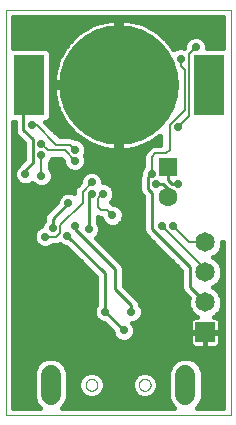
<source format=gbl>
G75*
%MOIN*%
%OFA0B0*%
%FSLAX25Y25*%
%IPPOS*%
%LPD*%
%AMOC8*
5,1,8,0,0,1.08239X$1,22.5*
%
%ADD10C,0.00000*%
%ADD11C,0.06600*%
%ADD12C,0.40000*%
%ADD13R,0.10000X0.20000*%
%ADD14R,0.06500X0.06500*%
%ADD15C,0.06500*%
%ADD16R,0.06299X0.06299*%
%ADD17C,0.06299*%
%ADD18C,0.01600*%
%ADD19C,0.02756*%
%ADD20C,0.01000*%
%ADD21C,0.00800*%
D10*
X0037794Y0060631D02*
X0037794Y0195631D01*
X0112794Y0195631D01*
X0112794Y0060631D01*
X0037794Y0060631D01*
X0064467Y0070631D02*
X0064469Y0070719D01*
X0064475Y0070807D01*
X0064485Y0070895D01*
X0064499Y0070983D01*
X0064516Y0071069D01*
X0064538Y0071155D01*
X0064563Y0071239D01*
X0064593Y0071323D01*
X0064625Y0071405D01*
X0064662Y0071485D01*
X0064702Y0071564D01*
X0064746Y0071641D01*
X0064793Y0071716D01*
X0064843Y0071788D01*
X0064897Y0071859D01*
X0064953Y0071926D01*
X0065013Y0071992D01*
X0065075Y0072054D01*
X0065141Y0072114D01*
X0065208Y0072170D01*
X0065279Y0072224D01*
X0065351Y0072274D01*
X0065426Y0072321D01*
X0065503Y0072365D01*
X0065582Y0072405D01*
X0065662Y0072442D01*
X0065744Y0072474D01*
X0065828Y0072504D01*
X0065912Y0072529D01*
X0065998Y0072551D01*
X0066084Y0072568D01*
X0066172Y0072582D01*
X0066260Y0072592D01*
X0066348Y0072598D01*
X0066436Y0072600D01*
X0066524Y0072598D01*
X0066612Y0072592D01*
X0066700Y0072582D01*
X0066788Y0072568D01*
X0066874Y0072551D01*
X0066960Y0072529D01*
X0067044Y0072504D01*
X0067128Y0072474D01*
X0067210Y0072442D01*
X0067290Y0072405D01*
X0067369Y0072365D01*
X0067446Y0072321D01*
X0067521Y0072274D01*
X0067593Y0072224D01*
X0067664Y0072170D01*
X0067731Y0072114D01*
X0067797Y0072054D01*
X0067859Y0071992D01*
X0067919Y0071926D01*
X0067975Y0071859D01*
X0068029Y0071788D01*
X0068079Y0071716D01*
X0068126Y0071641D01*
X0068170Y0071564D01*
X0068210Y0071485D01*
X0068247Y0071405D01*
X0068279Y0071323D01*
X0068309Y0071239D01*
X0068334Y0071155D01*
X0068356Y0071069D01*
X0068373Y0070983D01*
X0068387Y0070895D01*
X0068397Y0070807D01*
X0068403Y0070719D01*
X0068405Y0070631D01*
X0068403Y0070543D01*
X0068397Y0070455D01*
X0068387Y0070367D01*
X0068373Y0070279D01*
X0068356Y0070193D01*
X0068334Y0070107D01*
X0068309Y0070023D01*
X0068279Y0069939D01*
X0068247Y0069857D01*
X0068210Y0069777D01*
X0068170Y0069698D01*
X0068126Y0069621D01*
X0068079Y0069546D01*
X0068029Y0069474D01*
X0067975Y0069403D01*
X0067919Y0069336D01*
X0067859Y0069270D01*
X0067797Y0069208D01*
X0067731Y0069148D01*
X0067664Y0069092D01*
X0067593Y0069038D01*
X0067521Y0068988D01*
X0067446Y0068941D01*
X0067369Y0068897D01*
X0067290Y0068857D01*
X0067210Y0068820D01*
X0067128Y0068788D01*
X0067044Y0068758D01*
X0066960Y0068733D01*
X0066874Y0068711D01*
X0066788Y0068694D01*
X0066700Y0068680D01*
X0066612Y0068670D01*
X0066524Y0068664D01*
X0066436Y0068662D01*
X0066348Y0068664D01*
X0066260Y0068670D01*
X0066172Y0068680D01*
X0066084Y0068694D01*
X0065998Y0068711D01*
X0065912Y0068733D01*
X0065828Y0068758D01*
X0065744Y0068788D01*
X0065662Y0068820D01*
X0065582Y0068857D01*
X0065503Y0068897D01*
X0065426Y0068941D01*
X0065351Y0068988D01*
X0065279Y0069038D01*
X0065208Y0069092D01*
X0065141Y0069148D01*
X0065075Y0069208D01*
X0065013Y0069270D01*
X0064953Y0069336D01*
X0064897Y0069403D01*
X0064843Y0069474D01*
X0064793Y0069546D01*
X0064746Y0069621D01*
X0064702Y0069698D01*
X0064662Y0069777D01*
X0064625Y0069857D01*
X0064593Y0069939D01*
X0064563Y0070023D01*
X0064538Y0070107D01*
X0064516Y0070193D01*
X0064499Y0070279D01*
X0064485Y0070367D01*
X0064475Y0070455D01*
X0064469Y0070543D01*
X0064467Y0070631D01*
X0082183Y0070631D02*
X0082185Y0070719D01*
X0082191Y0070807D01*
X0082201Y0070895D01*
X0082215Y0070983D01*
X0082232Y0071069D01*
X0082254Y0071155D01*
X0082279Y0071239D01*
X0082309Y0071323D01*
X0082341Y0071405D01*
X0082378Y0071485D01*
X0082418Y0071564D01*
X0082462Y0071641D01*
X0082509Y0071716D01*
X0082559Y0071788D01*
X0082613Y0071859D01*
X0082669Y0071926D01*
X0082729Y0071992D01*
X0082791Y0072054D01*
X0082857Y0072114D01*
X0082924Y0072170D01*
X0082995Y0072224D01*
X0083067Y0072274D01*
X0083142Y0072321D01*
X0083219Y0072365D01*
X0083298Y0072405D01*
X0083378Y0072442D01*
X0083460Y0072474D01*
X0083544Y0072504D01*
X0083628Y0072529D01*
X0083714Y0072551D01*
X0083800Y0072568D01*
X0083888Y0072582D01*
X0083976Y0072592D01*
X0084064Y0072598D01*
X0084152Y0072600D01*
X0084240Y0072598D01*
X0084328Y0072592D01*
X0084416Y0072582D01*
X0084504Y0072568D01*
X0084590Y0072551D01*
X0084676Y0072529D01*
X0084760Y0072504D01*
X0084844Y0072474D01*
X0084926Y0072442D01*
X0085006Y0072405D01*
X0085085Y0072365D01*
X0085162Y0072321D01*
X0085237Y0072274D01*
X0085309Y0072224D01*
X0085380Y0072170D01*
X0085447Y0072114D01*
X0085513Y0072054D01*
X0085575Y0071992D01*
X0085635Y0071926D01*
X0085691Y0071859D01*
X0085745Y0071788D01*
X0085795Y0071716D01*
X0085842Y0071641D01*
X0085886Y0071564D01*
X0085926Y0071485D01*
X0085963Y0071405D01*
X0085995Y0071323D01*
X0086025Y0071239D01*
X0086050Y0071155D01*
X0086072Y0071069D01*
X0086089Y0070983D01*
X0086103Y0070895D01*
X0086113Y0070807D01*
X0086119Y0070719D01*
X0086121Y0070631D01*
X0086119Y0070543D01*
X0086113Y0070455D01*
X0086103Y0070367D01*
X0086089Y0070279D01*
X0086072Y0070193D01*
X0086050Y0070107D01*
X0086025Y0070023D01*
X0085995Y0069939D01*
X0085963Y0069857D01*
X0085926Y0069777D01*
X0085886Y0069698D01*
X0085842Y0069621D01*
X0085795Y0069546D01*
X0085745Y0069474D01*
X0085691Y0069403D01*
X0085635Y0069336D01*
X0085575Y0069270D01*
X0085513Y0069208D01*
X0085447Y0069148D01*
X0085380Y0069092D01*
X0085309Y0069038D01*
X0085237Y0068988D01*
X0085162Y0068941D01*
X0085085Y0068897D01*
X0085006Y0068857D01*
X0084926Y0068820D01*
X0084844Y0068788D01*
X0084760Y0068758D01*
X0084676Y0068733D01*
X0084590Y0068711D01*
X0084504Y0068694D01*
X0084416Y0068680D01*
X0084328Y0068670D01*
X0084240Y0068664D01*
X0084152Y0068662D01*
X0084064Y0068664D01*
X0083976Y0068670D01*
X0083888Y0068680D01*
X0083800Y0068694D01*
X0083714Y0068711D01*
X0083628Y0068733D01*
X0083544Y0068758D01*
X0083460Y0068788D01*
X0083378Y0068820D01*
X0083298Y0068857D01*
X0083219Y0068897D01*
X0083142Y0068941D01*
X0083067Y0068988D01*
X0082995Y0069038D01*
X0082924Y0069092D01*
X0082857Y0069148D01*
X0082791Y0069208D01*
X0082729Y0069270D01*
X0082669Y0069336D01*
X0082613Y0069403D01*
X0082559Y0069474D01*
X0082509Y0069546D01*
X0082462Y0069621D01*
X0082418Y0069698D01*
X0082378Y0069777D01*
X0082341Y0069857D01*
X0082309Y0069939D01*
X0082279Y0070023D01*
X0082254Y0070107D01*
X0082232Y0070193D01*
X0082215Y0070279D01*
X0082201Y0070367D01*
X0082191Y0070455D01*
X0082185Y0070543D01*
X0082183Y0070631D01*
D11*
X0097735Y0067331D02*
X0097735Y0073931D01*
X0052853Y0073931D02*
X0052853Y0067331D01*
D12*
X0075544Y0170631D03*
D13*
X0045544Y0170631D03*
X0105544Y0170631D03*
D14*
X0104294Y0088131D03*
D15*
X0104294Y0098131D03*
X0104294Y0108131D03*
X0104294Y0118131D03*
D16*
X0091794Y0143131D03*
D17*
X0091794Y0133131D03*
D18*
X0083644Y0133492D02*
X0083644Y0121929D01*
X0084086Y0120863D01*
X0084901Y0120047D01*
X0096394Y0108555D01*
X0096394Y0102554D01*
X0096836Y0101488D01*
X0098769Y0099555D01*
X0098644Y0099255D01*
X0098644Y0097007D01*
X0099504Y0094930D01*
X0101094Y0093341D01*
X0101480Y0093181D01*
X0100807Y0093181D01*
X0100349Y0093058D01*
X0099939Y0092821D01*
X0099604Y0092486D01*
X0099367Y0092076D01*
X0099244Y0091618D01*
X0099244Y0088206D01*
X0104219Y0088206D01*
X0104219Y0088056D01*
X0099244Y0088056D01*
X0099244Y0084644D01*
X0099367Y0084186D01*
X0099604Y0083776D01*
X0099939Y0083441D01*
X0100349Y0083204D01*
X0100807Y0083081D01*
X0104219Y0083081D01*
X0104219Y0088056D01*
X0104369Y0088056D01*
X0104369Y0083081D01*
X0107781Y0083081D01*
X0108239Y0083204D01*
X0108649Y0083441D01*
X0108985Y0083776D01*
X0109222Y0084186D01*
X0109344Y0084644D01*
X0109344Y0088056D01*
X0104369Y0088056D01*
X0104369Y0088206D01*
X0109344Y0088206D01*
X0109344Y0091618D01*
X0109222Y0092076D01*
X0108985Y0092486D01*
X0108649Y0092821D01*
X0108239Y0093058D01*
X0107781Y0093181D01*
X0107108Y0093181D01*
X0107495Y0093341D01*
X0109084Y0094930D01*
X0109944Y0097007D01*
X0109944Y0099255D01*
X0109084Y0101331D01*
X0107495Y0102921D01*
X0106987Y0103131D01*
X0107495Y0103341D01*
X0109084Y0104930D01*
X0109944Y0107007D01*
X0109944Y0109255D01*
X0109084Y0111331D01*
X0107495Y0112921D01*
X0106987Y0113131D01*
X0107495Y0113341D01*
X0109084Y0114930D01*
X0109944Y0117007D01*
X0109944Y0118131D01*
X0110394Y0118131D01*
X0110394Y0063031D01*
X0101496Y0063031D01*
X0102567Y0064102D01*
X0103435Y0066197D01*
X0103435Y0075065D01*
X0102567Y0077160D01*
X0100964Y0078763D01*
X0098869Y0079631D01*
X0096601Y0079631D01*
X0094506Y0078763D01*
X0092903Y0077160D01*
X0092035Y0075065D01*
X0092035Y0066197D01*
X0092903Y0064102D01*
X0093974Y0063031D01*
X0056614Y0063031D01*
X0057685Y0064102D01*
X0058553Y0066197D01*
X0058553Y0075065D01*
X0057685Y0077160D01*
X0056082Y0078763D01*
X0053987Y0079631D01*
X0051719Y0079631D01*
X0049624Y0078763D01*
X0048021Y0077160D01*
X0047153Y0075065D01*
X0047153Y0066197D01*
X0048021Y0064102D01*
X0049092Y0063031D01*
X0040194Y0063031D01*
X0040194Y0158231D01*
X0040832Y0158231D01*
X0040832Y0155054D01*
X0041273Y0153988D01*
X0043957Y0151305D01*
X0043957Y0145895D01*
X0041898Y0143836D01*
X0041892Y0143822D01*
X0041154Y0143083D01*
X0040579Y0141695D01*
X0040579Y0140192D01*
X0041154Y0138803D01*
X0042217Y0137741D01*
X0043605Y0137165D01*
X0045108Y0137165D01*
X0046497Y0137741D01*
X0046700Y0137944D01*
X0047529Y0137116D01*
X0048918Y0136540D01*
X0050421Y0136540D01*
X0051809Y0137116D01*
X0052872Y0138178D01*
X0053447Y0139567D01*
X0053447Y0141070D01*
X0052872Y0142458D01*
X0052469Y0142861D01*
X0052469Y0144651D01*
X0052872Y0145053D01*
X0053246Y0145956D01*
X0056259Y0145956D01*
X0057079Y0145137D01*
X0057079Y0144567D01*
X0057654Y0143178D01*
X0058717Y0142116D01*
X0060105Y0141540D01*
X0061608Y0141540D01*
X0062997Y0142116D01*
X0064059Y0143178D01*
X0064635Y0144567D01*
X0064635Y0146070D01*
X0064169Y0147193D01*
X0064635Y0148317D01*
X0064635Y0149820D01*
X0064059Y0151208D01*
X0062997Y0152271D01*
X0061608Y0152846D01*
X0061039Y0152846D01*
X0060880Y0153005D01*
X0059851Y0153431D01*
X0055829Y0153431D01*
X0051027Y0158233D01*
X0051904Y0158596D01*
X0052579Y0159271D01*
X0052944Y0160154D01*
X0052944Y0181108D01*
X0052579Y0181990D01*
X0051904Y0182666D01*
X0051022Y0183031D01*
X0040194Y0183031D01*
X0040194Y0193231D01*
X0110394Y0193231D01*
X0110394Y0183031D01*
X0104947Y0183031D01*
X0104947Y0183882D01*
X0104372Y0185271D01*
X0103309Y0186334D01*
X0101921Y0186909D01*
X0100418Y0186909D01*
X0099029Y0186334D01*
X0097966Y0185271D01*
X0097391Y0183882D01*
X0097391Y0183313D01*
X0097145Y0183066D01*
X0096921Y0183159D01*
X0095418Y0183159D01*
X0094029Y0182584D01*
X0093879Y0182434D01*
X0093684Y0182752D01*
X0092677Y0184138D01*
X0091565Y0185440D01*
X0090353Y0186651D01*
X0089051Y0187764D01*
X0087665Y0188771D01*
X0086204Y0189666D01*
X0084678Y0190444D01*
X0083095Y0191099D01*
X0081466Y0191629D01*
X0079800Y0192029D01*
X0078108Y0192296D01*
X0076401Y0192431D01*
X0076344Y0192431D01*
X0076344Y0171431D01*
X0074744Y0171431D01*
X0074744Y0169831D01*
X0053744Y0169831D01*
X0053744Y0169774D01*
X0053879Y0168067D01*
X0054147Y0166375D01*
X0054546Y0164709D01*
X0055076Y0163080D01*
X0055731Y0161497D01*
X0056509Y0159971D01*
X0057404Y0158510D01*
X0058411Y0157124D01*
X0059524Y0155822D01*
X0060735Y0154610D01*
X0062038Y0153498D01*
X0063423Y0152491D01*
X0064884Y0151596D01*
X0066410Y0150818D01*
X0067993Y0150163D01*
X0069622Y0149633D01*
X0071288Y0149233D01*
X0072980Y0148965D01*
X0074688Y0148831D01*
X0074744Y0148831D01*
X0074744Y0169831D01*
X0076344Y0169831D01*
X0076344Y0148831D01*
X0076401Y0148831D01*
X0078108Y0148965D01*
X0079800Y0149233D01*
X0081466Y0149633D01*
X0083095Y0150163D01*
X0084678Y0150818D01*
X0086204Y0151596D01*
X0087665Y0152491D01*
X0089051Y0153498D01*
X0089294Y0153706D01*
X0089294Y0150618D01*
X0087175Y0150618D01*
X0086146Y0150192D01*
X0084896Y0148942D01*
X0084108Y0148154D01*
X0083682Y0147125D01*
X0083682Y0143486D01*
X0083279Y0143083D01*
X0082704Y0141695D01*
X0082704Y0141080D01*
X0082394Y0140333D01*
X0082394Y0135367D01*
X0082836Y0134301D01*
X0083644Y0133492D01*
X0083644Y0132564D02*
X0073568Y0132564D01*
X0073434Y0132241D02*
X0074010Y0133629D01*
X0074010Y0135132D01*
X0073434Y0136521D01*
X0072372Y0137584D01*
X0070983Y0138159D01*
X0070260Y0138159D01*
X0070260Y0138882D01*
X0069684Y0140271D01*
X0068622Y0141334D01*
X0067233Y0141909D01*
X0065730Y0141909D01*
X0064342Y0141334D01*
X0063279Y0140271D01*
X0062704Y0138882D01*
X0062704Y0138313D01*
X0061833Y0137442D01*
X0061045Y0136654D01*
X0060619Y0135625D01*
X0060619Y0134537D01*
X0059421Y0135034D01*
X0057918Y0135034D01*
X0056529Y0134459D01*
X0055466Y0133396D01*
X0054891Y0132007D01*
X0054891Y0131579D01*
X0050961Y0127649D01*
X0050519Y0126583D01*
X0050519Y0125261D01*
X0050216Y0124958D01*
X0049641Y0123570D01*
X0049641Y0123566D01*
X0048779Y0123209D01*
X0047716Y0122146D01*
X0047141Y0120757D01*
X0047141Y0119254D01*
X0047716Y0117866D01*
X0048779Y0116803D01*
X0050168Y0116228D01*
X0051671Y0116228D01*
X0053059Y0116803D01*
X0053462Y0117206D01*
X0055226Y0117206D01*
X0055863Y0117470D01*
X0056217Y0117116D01*
X0057605Y0116540D01*
X0058033Y0116540D01*
X0067957Y0106617D01*
X0067957Y0105261D01*
X0067953Y0105252D01*
X0067957Y0104683D01*
X0067957Y0104117D01*
X0067960Y0104108D01*
X0068003Y0097433D01*
X0067716Y0097146D01*
X0067141Y0095757D01*
X0067141Y0094254D01*
X0067716Y0092866D01*
X0068779Y0091803D01*
X0070168Y0091228D01*
X0070596Y0091228D01*
X0073391Y0088433D01*
X0073391Y0088004D01*
X0073966Y0086616D01*
X0075029Y0085553D01*
X0076418Y0084978D01*
X0077921Y0084978D01*
X0079309Y0085553D01*
X0080372Y0086616D01*
X0080947Y0088004D01*
X0080947Y0089507D01*
X0080372Y0090896D01*
X0080040Y0091228D01*
X0080421Y0091228D01*
X0081809Y0091803D01*
X0082872Y0092866D01*
X0083447Y0094254D01*
X0083447Y0095757D01*
X0082872Y0097146D01*
X0082569Y0097449D01*
X0082569Y0097708D01*
X0082128Y0098774D01*
X0081312Y0099589D01*
X0077194Y0103707D01*
X0077194Y0109708D01*
X0076753Y0110774D01*
X0075937Y0111589D01*
X0067954Y0119573D01*
X0068747Y0120366D01*
X0069322Y0121754D01*
X0069322Y0123257D01*
X0068747Y0124646D01*
X0068444Y0124949D01*
X0068444Y0126545D01*
X0069112Y0126268D01*
X0069651Y0126268D01*
X0070154Y0125053D01*
X0071217Y0123991D01*
X0072605Y0123415D01*
X0074108Y0123415D01*
X0075497Y0123991D01*
X0076559Y0125053D01*
X0077135Y0126442D01*
X0077135Y0127945D01*
X0076559Y0129333D01*
X0075497Y0130396D01*
X0074108Y0130971D01*
X0073539Y0130971D01*
X0073068Y0131442D01*
X0072762Y0131569D01*
X0073434Y0132241D01*
X0074123Y0130965D02*
X0083644Y0130965D01*
X0083644Y0129367D02*
X0076526Y0129367D01*
X0077135Y0127768D02*
X0083644Y0127768D01*
X0083644Y0126170D02*
X0077022Y0126170D01*
X0076077Y0124571D02*
X0083644Y0124571D01*
X0083644Y0122973D02*
X0069322Y0122973D01*
X0069165Y0121374D02*
X0083874Y0121374D01*
X0085173Y0119776D02*
X0068157Y0119776D01*
X0069349Y0118177D02*
X0086772Y0118177D01*
X0088370Y0116579D02*
X0070948Y0116579D01*
X0072546Y0114980D02*
X0089969Y0114980D01*
X0091567Y0113382D02*
X0074145Y0113382D01*
X0075743Y0111783D02*
X0093166Y0111783D01*
X0094764Y0110185D02*
X0076997Y0110185D01*
X0077194Y0108586D02*
X0096363Y0108586D01*
X0096394Y0106988D02*
X0077194Y0106988D01*
X0077194Y0105389D02*
X0096394Y0105389D01*
X0096394Y0103791D02*
X0077194Y0103791D01*
X0078709Y0102192D02*
X0096544Y0102192D01*
X0097730Y0100594D02*
X0080308Y0100594D01*
X0081906Y0098995D02*
X0098644Y0098995D01*
X0098644Y0097397D02*
X0082621Y0097397D01*
X0083430Y0095798D02*
X0099145Y0095798D01*
X0100235Y0094200D02*
X0083424Y0094200D01*
X0082607Y0092601D02*
X0099719Y0092601D01*
X0099244Y0091003D02*
X0080265Y0091003D01*
X0080947Y0089404D02*
X0099244Y0089404D01*
X0099244Y0087806D02*
X0080865Y0087806D01*
X0079963Y0086207D02*
X0099244Y0086207D01*
X0099254Y0084609D02*
X0040194Y0084609D01*
X0040194Y0086207D02*
X0074375Y0086207D01*
X0073474Y0087806D02*
X0040194Y0087806D01*
X0040194Y0089404D02*
X0072420Y0089404D01*
X0070821Y0091003D02*
X0040194Y0091003D01*
X0040194Y0092601D02*
X0067981Y0092601D01*
X0067164Y0094200D02*
X0040194Y0094200D01*
X0040194Y0095798D02*
X0067158Y0095798D01*
X0067967Y0097397D02*
X0040194Y0097397D01*
X0040194Y0098995D02*
X0067993Y0098995D01*
X0067983Y0100594D02*
X0040194Y0100594D01*
X0040194Y0102192D02*
X0067973Y0102192D01*
X0067962Y0103791D02*
X0040194Y0103791D01*
X0040194Y0105389D02*
X0067957Y0105389D01*
X0067586Y0106988D02*
X0040194Y0106988D01*
X0040194Y0108586D02*
X0065988Y0108586D01*
X0064389Y0110185D02*
X0040194Y0110185D01*
X0040194Y0111783D02*
X0062791Y0111783D01*
X0061192Y0113382D02*
X0040194Y0113382D01*
X0040194Y0114980D02*
X0059594Y0114980D01*
X0057513Y0116579D02*
X0052518Y0116579D01*
X0049321Y0116579D02*
X0040194Y0116579D01*
X0040194Y0118177D02*
X0047587Y0118177D01*
X0047141Y0119776D02*
X0040194Y0119776D01*
X0040194Y0121374D02*
X0047397Y0121374D01*
X0048543Y0122973D02*
X0040194Y0122973D01*
X0040194Y0124571D02*
X0050056Y0124571D01*
X0050519Y0126170D02*
X0040194Y0126170D01*
X0040194Y0127768D02*
X0051080Y0127768D01*
X0052679Y0129367D02*
X0040194Y0129367D01*
X0040194Y0130965D02*
X0054277Y0130965D01*
X0055122Y0132564D02*
X0040194Y0132564D01*
X0040194Y0134162D02*
X0056233Y0134162D01*
X0060675Y0135761D02*
X0040194Y0135761D01*
X0040194Y0137359D02*
X0043137Y0137359D01*
X0045577Y0137359D02*
X0047285Y0137359D01*
X0052053Y0137359D02*
X0061750Y0137359D01*
X0062735Y0138958D02*
X0053195Y0138958D01*
X0053447Y0140556D02*
X0063564Y0140556D01*
X0063036Y0142155D02*
X0082894Y0142155D01*
X0082487Y0140556D02*
X0069399Y0140556D01*
X0070228Y0138958D02*
X0082394Y0138958D01*
X0082394Y0137359D02*
X0072596Y0137359D01*
X0073749Y0135761D02*
X0082394Y0135761D01*
X0082974Y0134162D02*
X0074010Y0134162D01*
X0069691Y0126170D02*
X0068444Y0126170D01*
X0068778Y0124571D02*
X0070636Y0124571D01*
X0064298Y0143753D02*
X0083682Y0143753D01*
X0083682Y0145352D02*
X0064635Y0145352D01*
X0064270Y0146951D02*
X0083682Y0146951D01*
X0084503Y0148549D02*
X0064635Y0148549D01*
X0064499Y0150148D02*
X0068039Y0150148D01*
X0064639Y0151746D02*
X0063522Y0151746D01*
X0062248Y0153345D02*
X0060060Y0153345D01*
X0060402Y0154943D02*
X0054317Y0154943D01*
X0052718Y0156542D02*
X0058909Y0156542D01*
X0057673Y0158140D02*
X0051120Y0158140D01*
X0052772Y0159739D02*
X0056651Y0159739D01*
X0055813Y0161337D02*
X0052944Y0161337D01*
X0052944Y0162936D02*
X0055136Y0162936D01*
X0054603Y0164534D02*
X0052944Y0164534D01*
X0052944Y0166133D02*
X0054205Y0166133D01*
X0053932Y0167731D02*
X0052944Y0167731D01*
X0052944Y0169330D02*
X0053779Y0169330D01*
X0052944Y0170928D02*
X0074744Y0170928D01*
X0074744Y0171431D02*
X0053744Y0171431D01*
X0053744Y0171487D01*
X0053879Y0173195D01*
X0054147Y0174887D01*
X0054546Y0176553D01*
X0055076Y0178182D01*
X0055731Y0179765D01*
X0056509Y0181291D01*
X0057404Y0182752D01*
X0058411Y0184138D01*
X0059524Y0185440D01*
X0060735Y0186651D01*
X0062038Y0187764D01*
X0063423Y0188771D01*
X0064884Y0189666D01*
X0066410Y0190444D01*
X0067993Y0191099D01*
X0069622Y0191629D01*
X0071288Y0192029D01*
X0072980Y0192296D01*
X0074688Y0192431D01*
X0074744Y0192431D01*
X0074744Y0171431D01*
X0074744Y0172527D02*
X0076344Y0172527D01*
X0076344Y0174125D02*
X0074744Y0174125D01*
X0074744Y0175724D02*
X0076344Y0175724D01*
X0076344Y0177322D02*
X0074744Y0177322D01*
X0074744Y0178921D02*
X0076344Y0178921D01*
X0076344Y0180519D02*
X0074744Y0180519D01*
X0074744Y0182118D02*
X0076344Y0182118D01*
X0076344Y0183716D02*
X0074744Y0183716D01*
X0074744Y0185315D02*
X0076344Y0185315D01*
X0076344Y0186913D02*
X0074744Y0186913D01*
X0074744Y0188512D02*
X0076344Y0188512D01*
X0076344Y0190110D02*
X0074744Y0190110D01*
X0074744Y0191709D02*
X0076344Y0191709D01*
X0081132Y0191709D02*
X0110394Y0191709D01*
X0110394Y0190110D02*
X0085332Y0190110D01*
X0088022Y0188512D02*
X0110394Y0188512D01*
X0110394Y0186913D02*
X0090047Y0186913D01*
X0091672Y0185315D02*
X0098010Y0185315D01*
X0097391Y0183716D02*
X0092983Y0183716D01*
X0104328Y0185315D02*
X0110394Y0185315D01*
X0110394Y0183716D02*
X0104947Y0183716D01*
X0089294Y0153345D02*
X0088840Y0153345D01*
X0089294Y0151746D02*
X0086449Y0151746D01*
X0086101Y0150148D02*
X0083049Y0150148D01*
X0076344Y0150148D02*
X0074744Y0150148D01*
X0074744Y0151746D02*
X0076344Y0151746D01*
X0076344Y0153345D02*
X0074744Y0153345D01*
X0074744Y0154943D02*
X0076344Y0154943D01*
X0076344Y0156542D02*
X0074744Y0156542D01*
X0074744Y0158140D02*
X0076344Y0158140D01*
X0076344Y0159739D02*
X0074744Y0159739D01*
X0074744Y0161337D02*
X0076344Y0161337D01*
X0076344Y0162936D02*
X0074744Y0162936D01*
X0074744Y0164534D02*
X0076344Y0164534D01*
X0076344Y0166133D02*
X0074744Y0166133D01*
X0074744Y0167731D02*
X0076344Y0167731D01*
X0076344Y0169330D02*
X0074744Y0169330D01*
X0063067Y0188512D02*
X0040194Y0188512D01*
X0040194Y0190110D02*
X0065756Y0190110D01*
X0069956Y0191709D02*
X0040194Y0191709D01*
X0040194Y0186913D02*
X0061041Y0186913D01*
X0059417Y0185315D02*
X0040194Y0185315D01*
X0040194Y0183716D02*
X0058105Y0183716D01*
X0057016Y0182118D02*
X0052451Y0182118D01*
X0052944Y0180519D02*
X0056116Y0180519D01*
X0055382Y0178921D02*
X0052944Y0178921D01*
X0052944Y0177322D02*
X0054796Y0177322D01*
X0054347Y0175724D02*
X0052944Y0175724D01*
X0052944Y0174125D02*
X0054026Y0174125D01*
X0053826Y0172527D02*
X0052944Y0172527D01*
X0041917Y0153345D02*
X0040194Y0153345D01*
X0040194Y0154943D02*
X0040878Y0154943D01*
X0040832Y0156542D02*
X0040194Y0156542D01*
X0040194Y0158140D02*
X0040832Y0158140D01*
X0040194Y0151746D02*
X0043515Y0151746D01*
X0043957Y0150148D02*
X0040194Y0150148D01*
X0040194Y0148549D02*
X0043957Y0148549D01*
X0043957Y0146951D02*
X0040194Y0146951D01*
X0040194Y0145352D02*
X0043414Y0145352D01*
X0041824Y0143753D02*
X0040194Y0143753D01*
X0040194Y0142155D02*
X0040769Y0142155D01*
X0040579Y0140556D02*
X0040194Y0140556D01*
X0040194Y0138958D02*
X0041090Y0138958D01*
X0052998Y0142155D02*
X0058677Y0142155D01*
X0057416Y0143753D02*
X0052469Y0143753D01*
X0052996Y0145352D02*
X0056863Y0145352D01*
X0040194Y0083010D02*
X0110394Y0083010D01*
X0110394Y0081412D02*
X0040194Y0081412D01*
X0040194Y0079813D02*
X0110394Y0079813D01*
X0110394Y0078215D02*
X0101513Y0078215D01*
X0102793Y0076616D02*
X0110394Y0076616D01*
X0110394Y0075018D02*
X0103435Y0075018D01*
X0103435Y0073419D02*
X0110394Y0073419D01*
X0110394Y0071820D02*
X0103435Y0071820D01*
X0103435Y0070222D02*
X0110394Y0070222D01*
X0110394Y0068623D02*
X0103435Y0068623D01*
X0103435Y0067025D02*
X0110394Y0067025D01*
X0110394Y0065426D02*
X0103116Y0065426D01*
X0102293Y0063828D02*
X0110394Y0063828D01*
X0110394Y0084609D02*
X0109335Y0084609D01*
X0109344Y0086207D02*
X0110394Y0086207D01*
X0110394Y0087806D02*
X0109344Y0087806D01*
X0109344Y0089404D02*
X0110394Y0089404D01*
X0110394Y0091003D02*
X0109344Y0091003D01*
X0108870Y0092601D02*
X0110394Y0092601D01*
X0110394Y0094200D02*
X0108353Y0094200D01*
X0109443Y0095798D02*
X0110394Y0095798D01*
X0110394Y0097397D02*
X0109944Y0097397D01*
X0109944Y0098995D02*
X0110394Y0098995D01*
X0110394Y0100594D02*
X0109390Y0100594D01*
X0110394Y0102192D02*
X0108223Y0102192D01*
X0107944Y0103791D02*
X0110394Y0103791D01*
X0110394Y0105389D02*
X0109274Y0105389D01*
X0109936Y0106988D02*
X0110394Y0106988D01*
X0110394Y0108586D02*
X0109944Y0108586D01*
X0109559Y0110185D02*
X0110394Y0110185D01*
X0110394Y0111783D02*
X0108632Y0111783D01*
X0107535Y0113382D02*
X0110394Y0113382D01*
X0110394Y0114980D02*
X0109105Y0114980D01*
X0109767Y0116579D02*
X0110394Y0116579D01*
X0104369Y0087806D02*
X0104219Y0087806D01*
X0104219Y0086207D02*
X0104369Y0086207D01*
X0104369Y0084609D02*
X0104219Y0084609D01*
X0093958Y0078215D02*
X0056631Y0078215D01*
X0057911Y0076616D02*
X0092678Y0076616D01*
X0092035Y0075018D02*
X0058553Y0075018D01*
X0058553Y0073419D02*
X0063046Y0073419D01*
X0062732Y0073105D02*
X0062067Y0071500D01*
X0062067Y0069762D01*
X0062732Y0068156D01*
X0063961Y0066927D01*
X0065567Y0066262D01*
X0067305Y0066262D01*
X0068910Y0066927D01*
X0070139Y0068156D01*
X0070804Y0069762D01*
X0070804Y0071500D01*
X0070139Y0073105D01*
X0068910Y0074334D01*
X0067305Y0074999D01*
X0065567Y0074999D01*
X0063961Y0074334D01*
X0062732Y0073105D01*
X0062200Y0071820D02*
X0058553Y0071820D01*
X0058553Y0070222D02*
X0062067Y0070222D01*
X0062539Y0068623D02*
X0058553Y0068623D01*
X0058553Y0067025D02*
X0063864Y0067025D01*
X0069008Y0067025D02*
X0081580Y0067025D01*
X0081678Y0066927D02*
X0083284Y0066262D01*
X0085021Y0066262D01*
X0086627Y0066927D01*
X0087856Y0068156D01*
X0088521Y0069762D01*
X0088521Y0071500D01*
X0087856Y0073105D01*
X0086627Y0074334D01*
X0085021Y0074999D01*
X0083284Y0074999D01*
X0081678Y0074334D01*
X0080449Y0073105D01*
X0079784Y0071500D01*
X0079784Y0069762D01*
X0080449Y0068156D01*
X0081678Y0066927D01*
X0080256Y0068623D02*
X0070333Y0068623D01*
X0070804Y0070222D02*
X0079784Y0070222D01*
X0079917Y0071820D02*
X0070672Y0071820D01*
X0069826Y0073419D02*
X0080763Y0073419D01*
X0086725Y0067025D02*
X0092035Y0067025D01*
X0092035Y0068623D02*
X0088049Y0068623D01*
X0088521Y0070222D02*
X0092035Y0070222D01*
X0092035Y0071820D02*
X0088388Y0071820D01*
X0087542Y0073419D02*
X0092035Y0073419D01*
X0092354Y0065426D02*
X0058234Y0065426D01*
X0057411Y0063828D02*
X0093177Y0063828D01*
X0049076Y0078215D02*
X0040194Y0078215D01*
X0040194Y0076616D02*
X0047796Y0076616D01*
X0047153Y0075018D02*
X0040194Y0075018D01*
X0040194Y0073419D02*
X0047153Y0073419D01*
X0047153Y0071820D02*
X0040194Y0071820D01*
X0040194Y0070222D02*
X0047153Y0070222D01*
X0047153Y0068623D02*
X0040194Y0068623D01*
X0040194Y0067025D02*
X0047153Y0067025D01*
X0047472Y0065426D02*
X0040194Y0065426D01*
X0040194Y0063828D02*
X0048295Y0063828D01*
D19*
X0042794Y0063756D03*
X0040919Y0079381D03*
X0040919Y0101256D03*
X0041544Y0117506D03*
X0049607Y0127506D03*
X0053419Y0122818D03*
X0050919Y0120006D03*
X0058357Y0120318D03*
X0060919Y0123443D03*
X0065544Y0122506D03*
X0058669Y0131256D03*
X0066482Y0134381D03*
X0066482Y0138131D03*
X0070232Y0134381D03*
X0073357Y0127193D03*
X0078669Y0111881D03*
X0085919Y0100006D03*
X0079669Y0095006D03*
X0077169Y0088756D03*
X0070919Y0095006D03*
X0066169Y0105943D03*
X0049669Y0140318D03*
X0044357Y0140943D03*
X0049669Y0147193D03*
X0049607Y0150943D03*
X0046482Y0157193D03*
X0060857Y0149068D03*
X0060857Y0145318D03*
X0074794Y0177193D03*
X0075294Y0192506D03*
X0059044Y0192506D03*
X0042794Y0192506D03*
X0086482Y0140943D03*
X0088044Y0137506D03*
X0095232Y0137506D03*
X0093732Y0123443D03*
X0089982Y0123443D03*
X0095919Y0100006D03*
X0109044Y0103131D03*
X0109044Y0112506D03*
X0109044Y0093131D03*
X0109044Y0079381D03*
X0107794Y0063756D03*
X0091544Y0063756D03*
X0075294Y0063756D03*
X0059044Y0063756D03*
X0095232Y0156568D03*
X0096169Y0179381D03*
X0101169Y0183131D03*
X0105544Y0183443D03*
X0107794Y0192506D03*
X0091544Y0192506D03*
D20*
X0091794Y0143131D02*
X0091794Y0139068D01*
X0093357Y0137506D01*
X0095232Y0137506D01*
X0091794Y0135943D02*
X0091794Y0133131D01*
X0089294Y0133131D01*
X0086544Y0134693D02*
X0086544Y0122506D01*
X0099294Y0109756D01*
X0099294Y0103131D01*
X0104294Y0098131D01*
X0091794Y0135943D02*
X0090232Y0137506D01*
X0088044Y0137506D01*
X0085294Y0135943D02*
X0086544Y0134693D01*
X0085294Y0135943D02*
X0085294Y0139756D01*
X0086482Y0140943D01*
X0060919Y0122506D02*
X0074294Y0109131D01*
X0074294Y0102506D01*
X0079669Y0097131D01*
X0079669Y0095006D01*
X0077169Y0088756D02*
X0070919Y0095006D01*
X0070857Y0104693D01*
X0070857Y0107818D01*
X0058357Y0120318D01*
X0060919Y0122506D02*
X0060919Y0123443D01*
X0065544Y0122506D02*
X0065544Y0133443D01*
X0066482Y0134381D01*
X0058669Y0131256D02*
X0053419Y0126006D01*
X0053419Y0122818D01*
X0044357Y0140943D02*
X0044357Y0142193D01*
X0046857Y0144693D01*
X0046857Y0152506D01*
X0043732Y0155631D01*
X0043732Y0168818D01*
X0045544Y0170631D01*
X0044357Y0169443D01*
D21*
X0046482Y0157193D02*
X0048107Y0157193D01*
X0054669Y0150631D01*
X0059294Y0150631D01*
X0060857Y0149068D01*
X0057419Y0148756D02*
X0060857Y0145318D01*
X0057419Y0148756D02*
X0051794Y0148756D01*
X0049607Y0150943D01*
X0049669Y0147193D02*
X0049669Y0140318D01*
X0063419Y0131256D02*
X0055919Y0123756D01*
X0055919Y0121256D01*
X0054669Y0120006D01*
X0050919Y0120006D01*
X0063419Y0131256D02*
X0063419Y0135068D01*
X0066482Y0138131D01*
X0070232Y0134381D02*
X0068669Y0132818D01*
X0068669Y0130068D01*
X0069669Y0129068D01*
X0071482Y0129068D01*
X0073357Y0127193D01*
X0086482Y0140943D02*
X0086482Y0146568D01*
X0087732Y0147818D01*
X0091169Y0147818D01*
X0092419Y0149068D01*
X0092419Y0157193D01*
X0097419Y0162193D01*
X0097419Y0175631D01*
X0096169Y0176881D01*
X0096169Y0179381D01*
X0098982Y0180943D02*
X0101169Y0183131D01*
X0098982Y0180943D02*
X0098982Y0160318D01*
X0095232Y0156568D01*
X0093732Y0123443D02*
X0099044Y0118131D01*
X0104294Y0118131D01*
X0104294Y0109131D02*
X0104294Y0108131D01*
X0104294Y0109131D02*
X0089982Y0123443D01*
M02*

</source>
